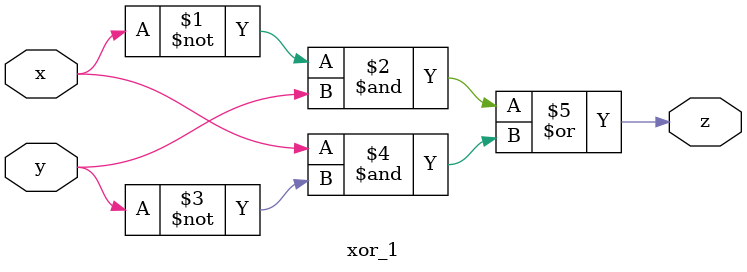
<source format=v>
`timescale 1ns / 1ps

module parity_gen(a,b,c,p);
    input a,b,c;
	 output p;
	 wire w1;
	 
	 xor_1 g1(a,b,w1);
	 xor_1 g2(c,w1,p);
	 
endmodule

module xor_1(x,y,z);
	input x,y;
	output z;
	assign z = ~x&y | x&~y;
	
endmodule

</source>
